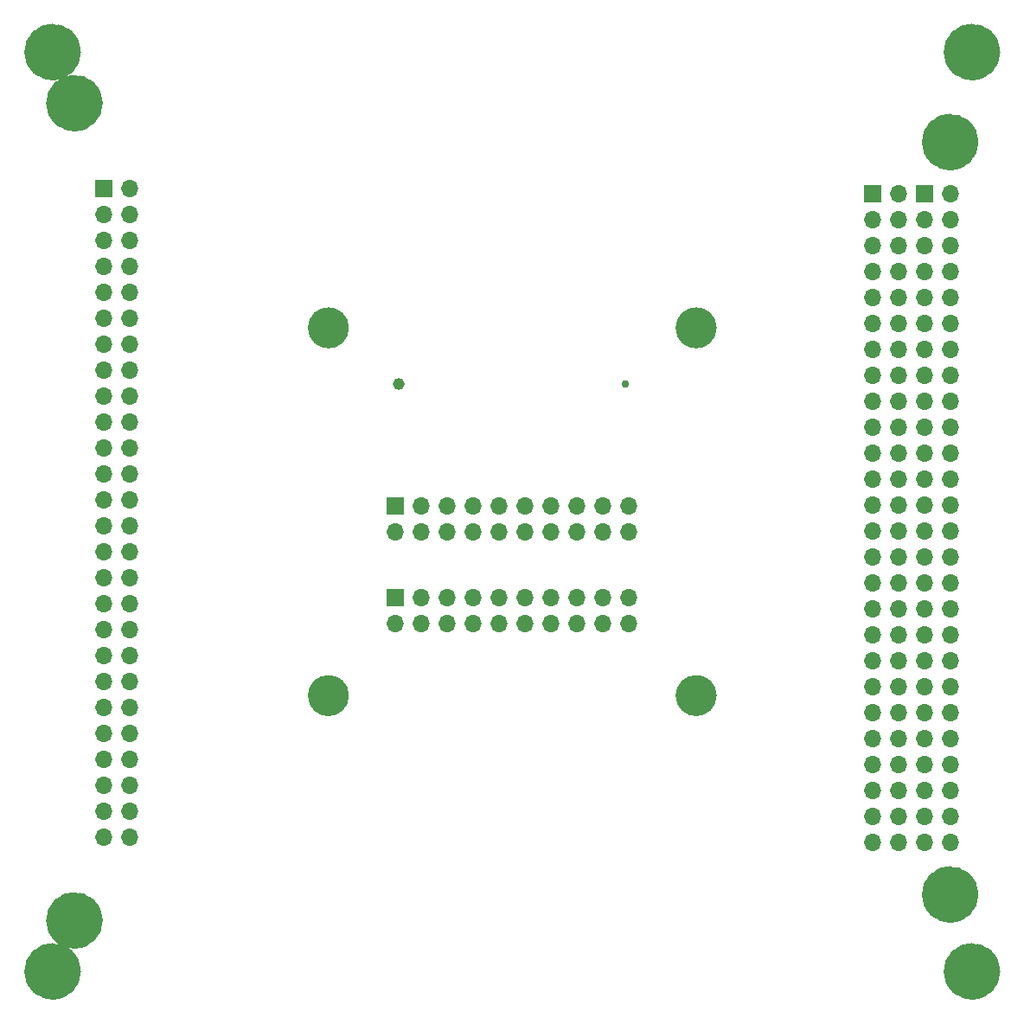
<source format=gbr>
%TF.GenerationSoftware,KiCad,Pcbnew,7.0.8*%
%TF.CreationDate,2024-04-10T10:35:42+02:00*%
%TF.ProjectId,ESLGSU_Adapter,45534c47-5355-45f4-9164-61707465722e,rev?*%
%TF.SameCoordinates,Original*%
%TF.FileFunction,Soldermask,Bot*%
%TF.FilePolarity,Negative*%
%FSLAX46Y46*%
G04 Gerber Fmt 4.6, Leading zero omitted, Abs format (unit mm)*
G04 Created by KiCad (PCBNEW 7.0.8) date 2024-04-10 10:35:42*
%MOMM*%
%LPD*%
G01*
G04 APERTURE LIST*
%ADD10C,2.760000*%
%ADD11C,1.994406*%
%ADD12C,3.200000*%
%ADD13R,1.700000X1.700000*%
%ADD14O,1.700000X1.700000*%
%ADD15C,2.200000*%
%ADD16C,1.150000*%
%ADD17C,0.750000*%
G04 APERTURE END LIST*
%TO.C,H1*%
D10*
X43380000Y-42000000D02*
G75*
G03*
X43380000Y-42000000I-1380000J0D01*
G01*
%TO.C,H9*%
X45515000Y-127010000D02*
G75*
G03*
X45515000Y-127010000I-1380000J0D01*
G01*
%TO.C,H3*%
X131245000Y-50810000D02*
G75*
G03*
X131245000Y-50810000I-1380000J0D01*
G01*
%TO.C,H7*%
X133380000Y-42000000D02*
G75*
G03*
X133380000Y-42000000I-1380000J0D01*
G01*
%TO.C,H4*%
X43380000Y-132000000D02*
G75*
G03*
X43380000Y-132000000I-1380000J0D01*
G01*
%TO.C,H11*%
D11*
X105997203Y-105000000D02*
G75*
G03*
X105997203Y-105000000I-997203J0D01*
G01*
%TO.C,H12*%
X69997203Y-105000000D02*
G75*
G03*
X69997203Y-105000000I-997203J0D01*
G01*
%TO.C,H5*%
D10*
X131245000Y-124470000D02*
G75*
G03*
X131245000Y-124470000I-1380000J0D01*
G01*
%TO.C,H6*%
D11*
X69997203Y-69000000D02*
G75*
G03*
X69997203Y-69000000I-997203J0D01*
G01*
%TO.C,H2*%
D10*
X133380000Y-132000000D02*
G75*
G03*
X133380000Y-132000000I-1380000J0D01*
G01*
%TO.C,H10*%
D11*
X105997203Y-69000000D02*
G75*
G03*
X105997203Y-69000000I-997203J0D01*
G01*
%TO.C,H8*%
D10*
X45515000Y-47000000D02*
G75*
G03*
X45515000Y-47000000I-1380000J0D01*
G01*
%TD*%
D12*
%TO.C,H1*%
X42000000Y-42000000D03*
%TD*%
%TO.C,H9*%
X44135000Y-127010000D03*
%TD*%
D13*
%TO.C,J5*%
X122245000Y-55890000D03*
D14*
X124785000Y-55890000D03*
X122245000Y-58430000D03*
X124785000Y-58430000D03*
X122245000Y-60970000D03*
X124785000Y-60970000D03*
X122245000Y-63510000D03*
X124785000Y-63510000D03*
X122245000Y-66050000D03*
X124785000Y-66050000D03*
X122245000Y-68590000D03*
X124785000Y-68590000D03*
X122245000Y-71130000D03*
X124785000Y-71130000D03*
X122245000Y-73670000D03*
X124785000Y-73670000D03*
X122245000Y-76210000D03*
X124785000Y-76210000D03*
X122245000Y-78750000D03*
X124785000Y-78750000D03*
X122245000Y-81290000D03*
X124785000Y-81290000D03*
X122245000Y-83830000D03*
X124785000Y-83830000D03*
X122245000Y-86370000D03*
X124785000Y-86370000D03*
X122245000Y-88910000D03*
X124785000Y-88910000D03*
X122245000Y-91450000D03*
X124785000Y-91450000D03*
X122245000Y-93990000D03*
X124785000Y-93990000D03*
X122245000Y-96530000D03*
X124785000Y-96530000D03*
X122245000Y-99070000D03*
X124785000Y-99070000D03*
X122245000Y-101610000D03*
X124785000Y-101610000D03*
X122245000Y-104150000D03*
X124785000Y-104150000D03*
X122245000Y-106690000D03*
X124785000Y-106690000D03*
X122245000Y-109230000D03*
X124785000Y-109230000D03*
X122245000Y-111770000D03*
X124785000Y-111770000D03*
X122245000Y-114310000D03*
X124785000Y-114310000D03*
X122245000Y-116850000D03*
X124785000Y-116850000D03*
X122245000Y-119390000D03*
X124785000Y-119390000D03*
%TD*%
D12*
%TO.C,H3*%
X129865000Y-50810000D03*
%TD*%
%TO.C,H7*%
X132000000Y-42000000D03*
%TD*%
%TO.C,H4*%
X42000000Y-132000000D03*
%TD*%
D15*
%TO.C,H11*%
X105000000Y-105000000D03*
%TD*%
%TO.C,H12*%
X69000000Y-105000000D03*
%TD*%
D12*
%TO.C,H5*%
X129865000Y-124470000D03*
%TD*%
D13*
%TO.C,J6*%
X127325000Y-55890000D03*
D14*
X129865000Y-55890000D03*
X127325000Y-58430000D03*
X129865000Y-58430000D03*
X127325000Y-60970000D03*
X129865000Y-60970000D03*
X127325000Y-63510000D03*
X129865000Y-63510000D03*
X127325000Y-66050000D03*
X129865000Y-66050000D03*
X127325000Y-68590000D03*
X129865000Y-68590000D03*
X127325000Y-71130000D03*
X129865000Y-71130000D03*
X127325000Y-73670000D03*
X129865000Y-73670000D03*
X127325000Y-76210000D03*
X129865000Y-76210000D03*
X127325000Y-78750000D03*
X129865000Y-78750000D03*
X127325000Y-81290000D03*
X129865000Y-81290000D03*
X127325000Y-83830000D03*
X129865000Y-83830000D03*
X127325000Y-86370000D03*
X129865000Y-86370000D03*
X127325000Y-88910000D03*
X129865000Y-88910000D03*
X127325000Y-91450000D03*
X129865000Y-91450000D03*
X127325000Y-93990000D03*
X129865000Y-93990000D03*
X127325000Y-96530000D03*
X129865000Y-96530000D03*
X127325000Y-99070000D03*
X129865000Y-99070000D03*
X127325000Y-101610000D03*
X129865000Y-101610000D03*
X127325000Y-104150000D03*
X129865000Y-104150000D03*
X127325000Y-106690000D03*
X129865000Y-106690000D03*
X127325000Y-109230000D03*
X129865000Y-109230000D03*
X127325000Y-111770000D03*
X129865000Y-111770000D03*
X127325000Y-114310000D03*
X129865000Y-114310000D03*
X127325000Y-116850000D03*
X129865000Y-116850000D03*
X127325000Y-119390000D03*
X129865000Y-119390000D03*
%TD*%
D15*
%TO.C,H6*%
X69000000Y-69000000D03*
%TD*%
D16*
%TO.C,J8*%
X75900000Y-74500000D03*
D17*
X98100000Y-74500000D03*
%TD*%
D12*
%TO.C,H2*%
X132000000Y-132000000D03*
%TD*%
D13*
%TO.C,J7*%
X75570000Y-86460000D03*
D14*
X78110000Y-86460000D03*
X80650000Y-86460000D03*
X83190000Y-86460000D03*
X85730000Y-86460000D03*
X88270000Y-86460000D03*
X90810000Y-86460000D03*
X93350000Y-86460000D03*
X95890000Y-86460000D03*
X98430000Y-86460000D03*
X98430000Y-89000000D03*
X95890000Y-89000000D03*
X93350000Y-89000000D03*
X90810000Y-89000000D03*
X88270000Y-89000000D03*
X85730000Y-89000000D03*
X83190000Y-89000000D03*
X80650000Y-89000000D03*
X78110000Y-89000000D03*
X75570000Y-89000000D03*
%TD*%
D15*
%TO.C,H10*%
X105000000Y-69000000D03*
%TD*%
D13*
%TO.C,J4*%
X75570000Y-95380000D03*
D14*
X78110000Y-95380000D03*
X80650000Y-95380000D03*
X83190000Y-95380000D03*
X85730000Y-95380000D03*
X88270000Y-95380000D03*
X90810000Y-95380000D03*
X93350000Y-95380000D03*
X95890000Y-95380000D03*
X98430000Y-95380000D03*
X98430000Y-97920000D03*
X95890000Y-97920000D03*
X93350000Y-97920000D03*
X90810000Y-97920000D03*
X88270000Y-97920000D03*
X85730000Y-97920000D03*
X83190000Y-97920000D03*
X80650000Y-97920000D03*
X78110000Y-97920000D03*
X75570000Y-97920000D03*
%TD*%
D13*
%TO.C,J3*%
X46990000Y-55346600D03*
D14*
X49530000Y-55346600D03*
X46990000Y-57886600D03*
X49530000Y-57886600D03*
X46990000Y-60426600D03*
X49530000Y-60426600D03*
X46990000Y-62966600D03*
X49530000Y-62966600D03*
X46990000Y-65506600D03*
X49530000Y-65506600D03*
X46990000Y-68046600D03*
X49530000Y-68046600D03*
X46990000Y-70586600D03*
X49530000Y-70586600D03*
X46990000Y-73126600D03*
X49530000Y-73126600D03*
X46990000Y-75666600D03*
X49530000Y-75666600D03*
X46990000Y-78206600D03*
X49530000Y-78206600D03*
X46990000Y-80746600D03*
X49530000Y-80746600D03*
X46990000Y-83286600D03*
X49530000Y-83286600D03*
X46990000Y-85826600D03*
X49530000Y-85826600D03*
X46990000Y-88366600D03*
X49530000Y-88366600D03*
X46990000Y-90906600D03*
X49530000Y-90906600D03*
X46990000Y-93446600D03*
X49530000Y-93446600D03*
X46990000Y-95986600D03*
X49530000Y-95986600D03*
X46990000Y-98526600D03*
X49530000Y-98526600D03*
X46990000Y-101066600D03*
X49530000Y-101066600D03*
X46990000Y-103606600D03*
X49530000Y-103606600D03*
X46990000Y-106146600D03*
X49530000Y-106146600D03*
X46990000Y-108686600D03*
X49530000Y-108686600D03*
X46990000Y-111226600D03*
X49530000Y-111226600D03*
X46990000Y-113766600D03*
X49530000Y-113766600D03*
X46990000Y-116306600D03*
X49530000Y-116306600D03*
X46990000Y-118846600D03*
X49530000Y-118846600D03*
%TD*%
D12*
%TO.C,H8*%
X44135000Y-47000000D03*
%TD*%
M02*

</source>
